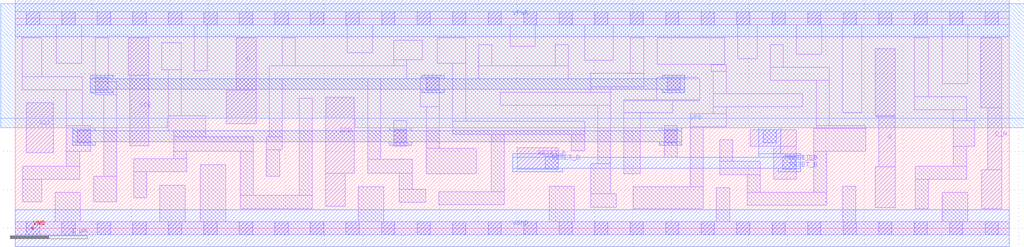
<source format=lef>
# Copyright 2020 The SkyWater PDK Authors
#
# Licensed under the Apache License, Version 2.0 (the "License");
# you may not use this file except in compliance with the License.
# You may obtain a copy of the License at
#
#     https://www.apache.org/licenses/LICENSE-2.0
#
# Unless required by applicable law or agreed to in writing, software
# distributed under the License is distributed on an "AS IS" BASIS,
# WITHOUT WARRANTIES OR CONDITIONS OF ANY KIND, either express or implied.
# See the License for the specific language governing permissions and
# limitations under the License.
#
# SPDX-License-Identifier: Apache-2.0

VERSION 5.7 ;
  NOWIREEXTENSIONATPIN ON ;
  DIVIDERCHAR "/" ;
  BUSBITCHARS "[]" ;
MACRO sky130_fd_sc_hd__sdfrbp_1
  CLASS CORE ;
  FOREIGN sky130_fd_sc_hd__sdfrbp_1 ;
  ORIGIN  0.000000  0.000000 ;
  SIZE  12.88000 BY  2.720000 ;
  SYMMETRY X Y R90 ;
  SITE unithd ;
  PIN D
    ANTENNAGATEAREA  0.144000 ;
    DIRECTION INPUT ;
    USE SIGNAL ;
    PORT
      LAYER li1 ;
        RECT 2.735000 1.355000 3.120000 1.785000 ;
        RECT 2.865000 1.785000 3.120000 2.465000 ;
    END
  END D
  PIN Q
    ANTENNADIFFAREA  0.429000 ;
    DIRECTION OUTPUT ;
    USE SIGNAL ;
    PORT
      LAYER li1 ;
        RECT 11.140000 0.265000 11.400000 0.795000 ;
        RECT 11.140000 1.460000 11.400000 2.325000 ;
        RECT 11.150000 1.445000 11.400000 1.460000 ;
        RECT 11.190000 0.795000 11.400000 1.445000 ;
    END
  END Q
  PIN Q_N
    ANTENNADIFFAREA  0.340600 ;
    DIRECTION OUTPUT ;
    USE SIGNAL ;
    PORT
      LAYER li1 ;
        RECT 12.510000 1.560000 12.780000 2.465000 ;
        RECT 12.520000 0.255000 12.780000 0.760000 ;
        RECT 12.600000 0.760000 12.780000 1.560000 ;
    END
  END Q_N
  PIN RESET_B
    ANTENNAGATEAREA  0.252000 ;
    DIRECTION INPUT ;
    USE SIGNAL ;
    PORT
      LAYER li1 ;
        RECT 6.505000 0.765000 7.035000 1.045000 ;
      LAYER mcon ;
        RECT 6.865000 0.765000 7.035000 0.935000 ;
    END
    PORT
      LAYER li1 ;
        RECT 9.525000 1.065000 10.115000 1.275000 ;
        RECT 9.825000 0.635000 10.115000 1.065000 ;
      LAYER mcon ;
        RECT 9.690000 1.105000  9.860000 1.275000 ;
        RECT 9.945000 0.765000 10.115000 0.935000 ;
    END
    PORT
      LAYER met1 ;
        RECT 6.445000 0.735000  7.095000 0.780000 ;
        RECT 6.445000 0.780000 10.175000 0.920000 ;
        RECT 6.445000 0.920000  7.095000 0.965000 ;
        RECT 9.630000 0.920000 10.175000 0.965000 ;
        RECT 9.630000 0.965000  9.920000 1.305000 ;
        RECT 9.885000 0.735000 10.175000 0.780000 ;
    END
  END RESET_B
  PIN SCD
    ANTENNAGATEAREA  0.156600 ;
    DIRECTION INPUT ;
    USE SIGNAL ;
    PORT
      LAYER li1 ;
        RECT 4.020000 0.285000 4.275000 0.710000 ;
        RECT 4.020000 0.710000 4.395000 1.700000 ;
    END
  END SCD
  PIN SCE
    ANTENNAGATEAREA  0.435000 ;
    DIRECTION INPUT ;
    USE SIGNAL ;
    PORT
      LAYER li1 ;
        RECT 1.465000 1.985000 1.730000 2.465000 ;
        RECT 1.485000 1.070000 1.730000 1.985000 ;
    END
  END SCE
  PIN CLK
    ANTENNAGATEAREA  0.247500 ;
    DIRECTION INPUT ;
    USE CLOCK ;
    PORT
      LAYER li1 ;
        RECT 0.140000 0.975000 0.490000 1.625000 ;
    END
  END CLK
  PIN VGND
    DIRECTION INOUT ;
    SHAPE ABUTMENT ;
    USE GROUND ;
    PORT
      LAYER met1 ;
        RECT 0.000000 -0.240000 12.880000 0.240000 ;
    END
  END VGND
  PIN VNB
    DIRECTION INOUT ;
    USE GROUND ;
    PORT
      LAYER pwell ;
        RECT 0.215000 -0.010000 0.235000 0.015000 ;
    END
  END VNB
  PIN VPB
    DIRECTION INOUT ;
    USE POWER ;
    PORT
      LAYER nwell ;
        RECT -0.190000 1.305000  1.970000 1.425000 ;
        RECT -0.190000 1.425000 13.070000 2.910000 ;
        RECT  4.405000 1.305000 13.070000 1.425000 ;
    END
  END VPB
  PIN VPWR
    DIRECTION INOUT ;
    SHAPE ABUTMENT ;
    USE POWER ;
    PORT
      LAYER met1 ;
        RECT 0.000000 2.480000 12.880000 2.960000 ;
    END
  END VPWR
  OBS
    LAYER li1 ;
      RECT  0.000000 -0.085000 12.880000 0.085000 ;
      RECT  0.000000  2.635000 12.880000 2.805000 ;
      RECT  0.090000  1.795000  0.865000 1.965000 ;
      RECT  0.090000  1.965000  0.345000 2.465000 ;
      RECT  0.095000  0.345000  0.345000 0.635000 ;
      RECT  0.095000  0.635000  0.835000 0.805000 ;
      RECT  0.515000  0.085000  0.845000 0.465000 ;
      RECT  0.530000  2.135000  0.860000 2.635000 ;
      RECT  0.660000  0.805000  0.835000 0.995000 ;
      RECT  0.660000  0.995000  0.975000 1.325000 ;
      RECT  0.660000  1.325000  0.865000 1.795000 ;
      RECT  1.015000  0.345000  1.315000 0.675000 ;
      RECT  1.035000  1.730000  1.315000 1.900000 ;
      RECT  1.035000  1.900000  1.205000 2.465000 ;
      RECT  1.145000  0.675000  1.315000 1.730000 ;
      RECT  1.535000  0.395000  1.705000 0.730000 ;
      RECT  1.535000  0.730000  2.225000 0.900000 ;
      RECT  1.875000  0.085000  2.205000 0.560000 ;
      RECT  1.900000  2.055000  2.150000 2.400000 ;
      RECT  1.980000  1.260000  2.470000 1.455000 ;
      RECT  1.980000  1.455000  2.150000 2.055000 ;
      RECT  2.055000  0.900000  2.225000 0.995000 ;
      RECT  2.055000  0.995000  3.085000 1.185000 ;
      RECT  2.055000  1.185000  2.470000 1.260000 ;
      RECT  2.320000  2.040000  2.490000 2.635000 ;
      RECT  2.395000  0.085000  2.725000 0.825000 ;
      RECT  2.915000  0.255000  3.850000 0.425000 ;
      RECT  2.915000  0.425000  3.085000 0.995000 ;
      RECT  3.255000  0.675000  3.425000 1.015000 ;
      RECT  3.255000  1.015000  3.460000 1.185000 ;
      RECT  3.290000  1.185000  3.460000 1.935000 ;
      RECT  3.290000  1.935000  5.075000 2.105000 ;
      RECT  3.460000  2.105000  3.630000 2.465000 ;
      RECT  3.680000  0.425000  3.850000 1.685000 ;
      RECT  4.300000  2.275000  4.630000 2.635000 ;
      RECT  4.445000  0.085000  4.775000 0.540000 ;
      RECT  4.565000  0.715000  5.145000 0.895000 ;
      RECT  4.565000  0.895000  4.735000 1.935000 ;
      RECT  4.905000  1.065000  5.075000 1.395000 ;
      RECT  4.905000  2.105000  5.075000 2.185000 ;
      RECT  4.905000  2.185000  5.275000 2.435000 ;
      RECT  4.975000  0.335000  5.315000 0.505000 ;
      RECT  4.975000  0.505000  5.145000 0.715000 ;
      RECT  5.245000  1.575000  5.495000 1.955000 ;
      RECT  5.325000  0.705000  5.975000 1.035000 ;
      RECT  5.325000  1.035000  5.495000 1.575000 ;
      RECT  5.470000  2.135000  5.835000 2.465000 ;
      RECT  5.485000  0.305000  6.335000 0.475000 ;
      RECT  5.665000  1.215000  7.375000 1.385000 ;
      RECT  5.665000  1.385000  5.835000 2.135000 ;
      RECT  6.005000  1.935000  7.165000 2.105000 ;
      RECT  6.005000  2.105000  6.175000 2.375000 ;
      RECT  6.165000  0.475000  6.335000 1.215000 ;
      RECT  6.285000  1.595000  7.715000 1.765000 ;
      RECT  6.410000  2.355000  6.740000 2.635000 ;
      RECT  6.915000  0.085000  7.245000 0.545000 ;
      RECT  6.995000  2.105000  7.165000 2.375000 ;
      RECT  7.205000  1.005000  7.375000 1.215000 ;
      RECT  7.375000  2.175000  7.745000 2.635000 ;
      RECT  7.455000  0.275000  7.785000 0.445000 ;
      RECT  7.455000  0.445000  7.715000 0.835000 ;
      RECT  7.455000  1.765000  7.715000 1.835000 ;
      RECT  7.455000  1.835000  8.140000 2.005000 ;
      RECT  7.545000  0.835000  7.715000 1.595000 ;
      RECT  7.885000  0.705000  8.095000 1.495000 ;
      RECT  7.885000  1.495000  8.520000 1.655000 ;
      RECT  7.885000  1.655000  8.870000 1.665000 ;
      RECT  7.970000  2.005000  8.140000 2.465000 ;
      RECT  8.005000  0.255000  8.915000 0.535000 ;
      RECT  8.310000  1.665000  8.870000 1.935000 ;
      RECT  8.310000  1.935000  8.840000 1.955000 ;
      RECT  8.320000  2.125000  9.190000 2.465000 ;
      RECT  8.405000  0.920000  8.575000 1.325000 ;
      RECT  8.745000  0.535000  8.915000 1.315000 ;
      RECT  8.745000  1.315000  9.210000 1.485000 ;
      RECT  9.015000  2.035000  9.210000 2.115000 ;
      RECT  9.015000  2.115000  9.190000 2.125000 ;
      RECT  9.040000  1.485000  9.210000 1.575000 ;
      RECT  9.040000  1.575000 10.205000 1.745000 ;
      RECT  9.040000  1.745000  9.210000 2.035000 ;
      RECT  9.085000  0.085000  9.255000 0.525000 ;
      RECT  9.125000  0.695000  9.655000 0.865000 ;
      RECT  9.125000  0.865000  9.295000 1.145000 ;
      RECT  9.360000  2.195000  9.610000 2.635000 ;
      RECT  9.485000  0.295000 10.515000 0.465000 ;
      RECT  9.485000  0.465000  9.655000 0.695000 ;
      RECT  9.780000  1.915000 10.545000 2.085000 ;
      RECT  9.780000  2.085000  9.950000 2.375000 ;
      RECT 10.120000  2.255000 10.450000 2.635000 ;
      RECT 10.345000  0.465000 10.515000 0.995000 ;
      RECT 10.345000  0.995000 11.020000 1.295000 ;
      RECT 10.375000  1.295000 11.020000 1.325000 ;
      RECT 10.375000  1.325000 10.545000 1.915000 ;
      RECT 10.720000  0.085000 10.890000 0.545000 ;
      RECT 10.720000  1.495000 10.970000 2.635000 ;
      RECT 11.650000  1.535000 12.325000 1.705000 ;
      RECT 11.650000  1.705000 11.830000 2.465000 ;
      RECT 11.660000  0.255000 11.830000 0.635000 ;
      RECT 11.660000  0.635000 12.325000 0.805000 ;
      RECT 12.010000  0.085000 12.340000 0.465000 ;
      RECT 12.010000  1.875000 12.340000 2.635000 ;
      RECT 12.155000  0.805000 12.325000 1.060000 ;
      RECT 12.155000  1.060000 12.430000 1.390000 ;
      RECT 12.155000  1.390000 12.325000 1.535000 ;
    LAYER mcon ;
      RECT  0.145000 -0.085000  0.315000 0.085000 ;
      RECT  0.145000  2.635000  0.315000 2.805000 ;
      RECT  0.605000 -0.085000  0.775000 0.085000 ;
      RECT  0.605000  2.635000  0.775000 2.805000 ;
      RECT  0.805000  1.105000  0.975000 1.275000 ;
      RECT  1.035000  1.785000  1.205000 1.955000 ;
      RECT  1.065000 -0.085000  1.235000 0.085000 ;
      RECT  1.065000  2.635000  1.235000 2.805000 ;
      RECT  1.525000 -0.085000  1.695000 0.085000 ;
      RECT  1.525000  2.635000  1.695000 2.805000 ;
      RECT  1.985000 -0.085000  2.155000 0.085000 ;
      RECT  1.985000  2.635000  2.155000 2.805000 ;
      RECT  2.445000 -0.085000  2.615000 0.085000 ;
      RECT  2.445000  2.635000  2.615000 2.805000 ;
      RECT  2.905000 -0.085000  3.075000 0.085000 ;
      RECT  2.905000  2.635000  3.075000 2.805000 ;
      RECT  3.365000 -0.085000  3.535000 0.085000 ;
      RECT  3.365000  2.635000  3.535000 2.805000 ;
      RECT  3.825000 -0.085000  3.995000 0.085000 ;
      RECT  3.825000  2.635000  3.995000 2.805000 ;
      RECT  4.285000 -0.085000  4.455000 0.085000 ;
      RECT  4.285000  2.635000  4.455000 2.805000 ;
      RECT  4.745000 -0.085000  4.915000 0.085000 ;
      RECT  4.745000  2.635000  4.915000 2.805000 ;
      RECT  4.905000  1.105000  5.075000 1.275000 ;
      RECT  5.205000 -0.085000  5.375000 0.085000 ;
      RECT  5.205000  2.635000  5.375000 2.805000 ;
      RECT  5.325000  1.785000  5.495000 1.955000 ;
      RECT  5.665000 -0.085000  5.835000 0.085000 ;
      RECT  5.665000  2.635000  5.835000 2.805000 ;
      RECT  6.125000 -0.085000  6.295000 0.085000 ;
      RECT  6.125000  2.635000  6.295000 2.805000 ;
      RECT  6.585000 -0.085000  6.755000 0.085000 ;
      RECT  6.585000  2.635000  6.755000 2.805000 ;
      RECT  7.045000 -0.085000  7.215000 0.085000 ;
      RECT  7.045000  2.635000  7.215000 2.805000 ;
      RECT  7.505000 -0.085000  7.675000 0.085000 ;
      RECT  7.505000  2.635000  7.675000 2.805000 ;
      RECT  7.965000 -0.085000  8.135000 0.085000 ;
      RECT  7.965000  2.635000  8.135000 2.805000 ;
      RECT  8.405000  1.105000  8.575000 1.275000 ;
      RECT  8.425000 -0.085000  8.595000 0.085000 ;
      RECT  8.425000  2.635000  8.595000 2.805000 ;
      RECT  8.445000  1.785000  8.615000 1.955000 ;
      RECT  8.885000 -0.085000  9.055000 0.085000 ;
      RECT  8.885000  2.635000  9.055000 2.805000 ;
      RECT  9.345000 -0.085000  9.515000 0.085000 ;
      RECT  9.345000  2.635000  9.515000 2.805000 ;
      RECT  9.805000 -0.085000  9.975000 0.085000 ;
      RECT  9.805000  2.635000  9.975000 2.805000 ;
      RECT 10.265000 -0.085000 10.435000 0.085000 ;
      RECT 10.265000  2.635000 10.435000 2.805000 ;
      RECT 10.725000 -0.085000 10.895000 0.085000 ;
      RECT 10.725000  2.635000 10.895000 2.805000 ;
      RECT 11.185000 -0.085000 11.355000 0.085000 ;
      RECT 11.185000  2.635000 11.355000 2.805000 ;
      RECT 11.645000 -0.085000 11.815000 0.085000 ;
      RECT 11.645000  2.635000 11.815000 2.805000 ;
      RECT 12.105000 -0.085000 12.275000 0.085000 ;
      RECT 12.105000  2.635000 12.275000 2.805000 ;
      RECT 12.565000 -0.085000 12.735000 0.085000 ;
      RECT 12.565000  2.635000 12.735000 2.805000 ;
    LAYER met1 ;
      RECT 0.745000 1.075000 1.035000 1.120000 ;
      RECT 0.745000 1.120000 8.635000 1.260000 ;
      RECT 0.745000 1.260000 1.035000 1.305000 ;
      RECT 0.970000 1.755000 1.270000 1.800000 ;
      RECT 0.970000 1.800000 8.675000 1.940000 ;
      RECT 0.970000 1.940000 1.270000 1.985000 ;
      RECT 4.845000 1.075000 5.135000 1.120000 ;
      RECT 4.845000 1.260000 5.135000 1.305000 ;
      RECT 5.265000 1.755000 5.555000 1.800000 ;
      RECT 5.265000 1.940000 5.555000 1.985000 ;
      RECT 8.345000 1.075000 8.635000 1.120000 ;
      RECT 8.345000 1.260000 8.635000 1.305000 ;
      RECT 8.385000 1.755000 8.675000 1.800000 ;
      RECT 8.385000 1.940000 8.675000 1.985000 ;
  END
END sky130_fd_sc_hd__sdfrbp_1
END LIBRARY

</source>
